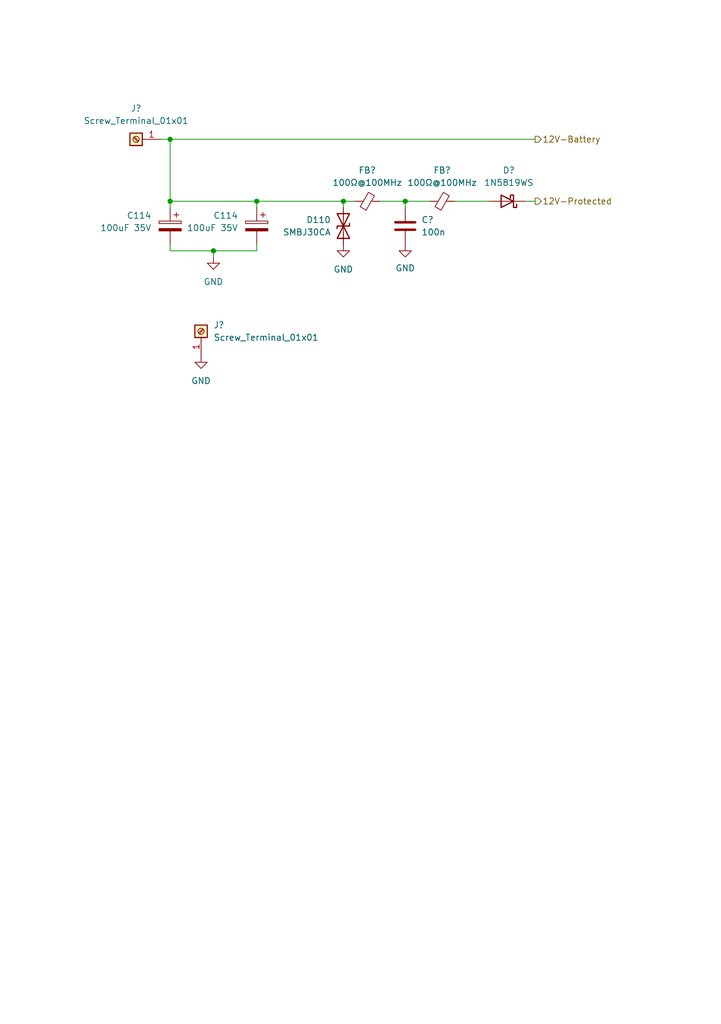
<source format=kicad_sch>
(kicad_sch (version 20230121) (generator eeschema)
  (paper "A5" portrait)
  (title_block (title "Power distribution module") (date "2023-07-18") (company "Raphael Peters"))
  (lib_symbols
    (symbol "Connector:Screw_Terminal_01x01" (pin_names (offset 1.016) hide)
      (property "Reference" "J" (at 0 2.54 0))
      (property "Value" "Screw_Terminal_01x01" (at 0 -2.54 0))
      (symbol "Screw_Terminal_01x01_1_1"
        (rectangle (start -1.27 1.27) (end 1.27 -1.27) (stroke (width 0.254)) (fill (type background)))
        (polyline (pts (xy -0.5334 0.3302) (xy 0.3302 -0.508)) (stroke (width 0.1524)))
        (polyline (pts (xy -0.3556 0.508) (xy 0.508 -0.3302)) (stroke (width 0.1524)))
        (circle (center 0 0) (radius 0.635) (stroke (width 0.1524)))
        (pin passive line (at -5.08 0 0) (length 3.81) (name "Pin_1") (number "1"))
      )
    )
    (symbol "Device:C" (pin_numbers hide) (pin_names (offset 0.254))
      (property "Reference" "C" (at 0.635 2.54 0))
      (property "Value" "C" (at 0.635 -2.54 0))
      (symbol "C_0_1"
        (polyline (pts (xy -2.032 -0.762) (xy 2.032 -0.762)) (stroke (width 0.508)))
        (polyline (pts (xy -2.032 0.762) (xy 2.032 0.762)) (stroke (width 0.508)))
      )
      (symbol "C_1_1"
        (pin passive line (at 0 3.81 270) (length 2.794) (name "~") (number "1"))
        (pin passive line (at 0 -3.81 90) (length 2.794) (name "~") (number "2"))
      )
    )
    (symbol "Device:C_Polarized" (pin_numbers hide) (pin_names (offset 0.254))
      (property "Reference" "C" (at 0.635 2.54 0))
      (property "Value" "C_Polarized" (at 0.635 -2.54 0))
      (symbol "C_Polarized_0_1"
        (rectangle (start -2.286 0.508) (end 2.286 1.016))
        (polyline (pts (xy -1.778 2.286) (xy -0.762 2.286)))
        (polyline (pts (xy -1.27 2.794) (xy -1.27 1.778)))
        (rectangle (start 2.286 -0.508) (end -2.286 -1.016) (fill (type outline)))
      )
      (symbol "C_Polarized_1_1"
        (pin passive line (at 0 3.81 270) (length 2.794) (name "~") (number "1"))
        (pin passive line (at 0 -3.81 90) (length 2.794) (name "~") (number "2"))
      )
    )
    (symbol "Device:D_TVS" (pin_numbers hide) (pin_names (offset 1.016) hide)
      (property "Reference" "D" (at 0 2.54 0))
      (property "Value" "D_TVS" (at 0 -2.54 0))
      (symbol "D_TVS_0_1"
        (polyline (pts (xy 1.27 0) (xy -1.27 0)))
        (polyline (pts (xy 0.508 1.27) (xy 0 1.27) (xy 0 -1.27) (xy -0.508 -1.27)) (stroke (width 0.254)))
        (polyline (pts (xy -2.54 1.27) (xy -2.54 -1.27) (xy 2.54 1.27) (xy 2.54 -1.27) (xy -2.54 1.27)) (stroke (width 0.254)))
      )
      (symbol "D_TVS_1_1"
        (pin passive line (at -3.81 0 0) (length 2.54) (name "A1") (number "1"))
        (pin passive line (at 3.81 0 180) (length 2.54) (name "A2") (number "2"))
      )
    )
    (symbol "Device:FerriteBead_Small" (pin_numbers hide) (pin_names (offset 0))
      (property "Reference" "FB" (at 1.905 1.27 0))
      (property "Value" "FerriteBead_Small" (at 1.905 -1.27 0))
      (symbol "FerriteBead_Small_0_1"
        (polyline (pts (xy 0 -1.27) (xy 0 -0.7874)))
        (polyline (pts (xy 0 0.889) (xy 0 1.2954)))
        (polyline (pts (xy -1.8288 0.2794) (xy -1.1176 1.4986) (xy 1.8288 -0.2032) (xy 1.1176 -1.4224) (xy -1.8288 0.2794)))
      )
      (symbol "FerriteBead_Small_1_1"
        (pin passive line (at 0 2.54 270) (length 1.27) (name "~") (number "1"))
        (pin passive line (at 0 -2.54 90) (length 1.27) (name "~") (number "2"))
      )
    )
    (symbol "Diode:1N5819WS" (pin_numbers hide) (pin_names (offset 1.016) hide)
      (property "Reference" "D" (at 0 2.54 0))
      (property "Value" "1N5819WS" (at 0 -2.54 0))
      (symbol "1N5819WS_0_1"
        (polyline (pts (xy 1.27 0) (xy -1.27 0)))
        (polyline (pts (xy 1.27 1.27) (xy 1.27 -1.27) (xy -1.27 0) (xy 1.27 1.27)) (stroke (width 0.254)))
        (polyline (pts (xy -1.905 0.635) (xy -1.905 1.27) (xy -1.27 1.27) (xy -1.27 -1.27) (xy -0.635 -1.27) (xy -0.635 -0.635)) (stroke (width 0.254)))
      )
      (symbol "1N5819WS_1_1"
        (pin passive line (at -3.81 0 0) (length 2.54) (name "K") (number "1"))
        (pin passive line (at 3.81 0 180) (length 2.54) (name "A") (number "2"))
      )
    )
    (symbol "GND_1" (power) (pin_names (offset 0))
      (property "Value" "GND_1" (at 0 -3.81 0))
      (symbol "GND_1_0_1"
        (polyline (pts (xy 0 0) (xy 0 -1.27) (xy 1.27 -1.27) (xy 0 -2.54) (xy -1.27 -1.27) (xy 0 -1.27)))
      )
      (symbol "GND_1_1_1"
        (pin power_in line (at 0 0 270) (length 0) hide (name "GND") (number "1"))
      )
    )
    (symbol "GND_2" (power) (pin_names (offset 0))
      (property "Value" "GND_2" (at 0 -3.81 0))
      (symbol "GND_2_0_1"
        (polyline (pts (xy 0 0) (xy 0 -1.27) (xy 1.27 -1.27) (xy 0 -2.54) (xy -1.27 -1.27) (xy 0 -1.27)))
      )
      (symbol "GND_2_1_1"
        (pin power_in line (at 0 0 270) (length 0) hide (name "GND") (number "1"))
      )
    )
    (symbol "GND_5" (power) (pin_names (offset 0))
      (property "Value" "GND_5" (at 0 -3.81 0))
      (symbol "GND_5_0_1"
        (polyline (pts (xy 0 0) (xy 0 -1.27) (xy 1.27 -1.27) (xy 0 -2.54) (xy -1.27 -1.27) (xy 0 -1.27)))
      )
      (symbol "GND_5_1_1"
        (pin power_in line (at 0 0 270) (length 0) hide (name "GND") (number "1"))
      )
    )
    (symbol "power:GND" (power) (pin_names (offset 0))
      (property "Value" "GND" (at 0 -3.81 0))
      (symbol "GND_0_1"
        (polyline (pts (xy 0 0) (xy 0 -1.27) (xy 1.27 -1.27) (xy 0 -2.54) (xy -1.27 -1.27) (xy 0 -1.27)))
      )
      (symbol "GND_1_1"
        (pin power_in line (at 0 0 270) (length 0) hide (name "GND") (number "1"))
      )
    )
  )
  (junction (at 34.925 41.275))
  (junction (at 70.485 41.275))
  (junction (at 34.925 28.575))
  (junction (at 43.815 51.435))
  (junction (at 52.705 41.275))
  (junction (at 83.185 41.275))
  (wire (pts (xy 70.485 42.545) (xy 70.485 41.275)))
  (wire (pts (xy 34.925 42.545) (xy 34.925 41.275)))
  (wire (pts (xy 83.185 41.275) (xy 88.265 41.275)))
  (wire (pts (xy 34.925 41.275) (xy 52.705 41.275)))
  (wire (pts (xy 52.705 51.435) (xy 52.705 50.165)))
  (wire (pts (xy 43.815 51.435) (xy 43.815 52.705)))
  (wire (pts (xy 34.925 28.575) (xy 34.925 41.275)))
  (wire (pts (xy 93.345 41.275) (xy 100.33 41.275)))
  (wire (pts (xy 34.925 51.435) (xy 34.925 50.165)))
  (wire (pts (xy 77.978 41.275) (xy 83.185 41.275)))
  (wire (pts (xy 52.705 42.545) (xy 52.705 41.275)))
  (wire (pts (xy 107.95 41.275) (xy 109.855 41.275)))
  (wire (pts (xy 83.185 41.275) (xy 83.185 42.545)))
  (wire (pts (xy 43.815 51.435) (xy 52.705 51.435)))
  (wire (pts (xy 34.925 51.435) (xy 43.815 51.435)))
  (wire (pts (xy 52.705 41.275) (xy 70.485 41.275)))
  (wire (pts (xy 34.925 28.575) (xy 109.855 28.575)))
  (wire (pts (xy 70.485 41.275) (xy 72.898 41.275)))
  (wire (pts (xy 33.02 28.575) (xy 34.925 28.575)))
  (hierarchical_label "12V-Battery" (shape output) (at 109.855 28.575 0))
  (hierarchical_label "12V-Protected" (shape output) (at 109.855 41.275 0))
  (symbol (lib_id "Diode:1N5819WS") (at 104.14 41.275 180) (unit 1)
    (property "Reference" "D?" (at 104.4575 34.925 0))
    (property "Value" "1N5819WS" (at 104.4575 37.465 0))
    (property "Footprint" "Diode_SMD:D_SOD-323" (effects hide))
    (property "Datasheet" "https://datasheet.lcsc.com/lcsc/2204281430_Guangdong-Hottech-1N5819WS_C191023.pdf" (effects hide))
    (property "LCSC" "C191023" (effects hide))
    (instances (project "buslight" (path "" (reference "D?") (unit 1)) (path "" (reference "D2") (unit 1))))
  )
  (symbol (lib_id "Device:C_Polarized") (at 52.705 46.355 0) (mirror y) (unit 1)
    (property "Reference" "C114" (at 48.895 44.196 0) (effects (justify left)))
    (property "Value" "100uF 35V" (at 48.895 46.736 0) (effects (justify left)))
    (property "Footprint" "Capacitor_SMD:CP_Elec_6.3x7.7" (effects hide))
    (property "LCSC" "C125975" (effects hide))
    (instances (project "buslight" (path "" (reference "C114") (unit 1)) (path "" (reference "C124") (unit 1)) (path "" (reference "C134") (unit 1)) (path "" (reference "C144") (unit 1)) (path "" (reference "C154") (unit 1)) (path "" (reference "C?") (unit 1)) (path "" (reference "C2") (unit 1))))
  )
  (symbol (lib_name "GND_5") (lib_id "power:GND") (at 70.485 50.165 0) (unit 1)
    (property "Reference" "#PWR?" (effects hide))
    (property "Value" "GND" (at 70.485 55.245 0))
    (instances (project "buslight" (path "" (reference "#PWR?") (unit 1)) (path "" (reference "#PWR042") (unit 1))))
  )
  (symbol (lib_id "Device:FerriteBead_Small") (at 75.438 41.275 90) (unit 1)
    (property "Reference" "FB?" (at 75.3999 34.925 90))
    (property "Value" "100Ω@100MHz" (at 75.3999 37.465 90))
    (property "Footprint" "Inductor_SMD:L_0805_2012Metric" (effects hide))
    (property "LCSC" "C1015" (effects hide))
    (instances (project "buslight" (path "" (reference "FB?") (unit 1)) (path "" (reference "FB1") (unit 1))))
  )
  (symbol (lib_name "GND_2") (lib_id "power:GND") (at 43.815 52.705 0) (unit 1)
    (property "Reference" "#PWR?" (effects hide))
    (property "Value" "GND" (at 43.815 57.785 0))
    (instances (project "buslight" (path "" (reference "#PWR?") (unit 1)) (path "" (reference "#PWR041") (unit 1))))
  )
  (symbol (lib_id "Device:FerriteBead_Small") (at 90.805 41.275 90) (unit 1)
    (property "Reference" "FB?" (at 90.7669 34.925 90))
    (property "Value" "100Ω@100MHz" (at 90.7669 37.465 90))
    (property "Footprint" "Inductor_SMD:L_0805_2012Metric" (effects hide))
    (property "LCSC" "C1015" (effects hide))
    (instances (project "buslight" (path "" (reference "FB?") (unit 1)) (path "" (reference "FB2") (unit 1))))
  )
  (symbol (lib_id "Device:C") (at 83.185 46.355 0) (unit 1)
    (property "Reference" "C?" (at 86.487 45.0849 0) (effects (justify left)))
    (property "Value" "100n" (at 86.487 47.6249 0) (effects (justify left)))
    (property "Footprint" "Capacitor_SMD:C_0805_2012Metric" (effects hide))
    (property "LCSC" "C49678" (effects hide))
    (instances (project "buslight" (path "" (reference "C?") (unit 1)) (path "" (reference "C3") (unit 1))))
  )
  (symbol (lib_id "Connector:Screw_Terminal_01x01") (at 41.275 67.945 90) (unit 1)
    (property "Reference" "J?" (at 43.815 66.675 90) (effects (justify right)))
    (property "Value" "Screw_Terminal_01x01" (at 43.815 69.215 90) (effects (justify right)))
    (property "Footprint" "Library:T46004" (effects hide))
    (property "LCSC" "C481465" (effects hide))
    (instances (project "buslight" (path "" (reference "J?") (unit 1)) (path "" (reference "J8") (unit 1))))
  )
  (symbol (lib_id "Device:D_TVS") (at 70.485 46.355 90) (mirror x) (unit 1)
    (property "Reference" "D110" (at 67.945 45.085 90) (effects (justify left)))
    (property "Value" "SMBJ30CA" (at 67.945 47.625 90) (effects (justify left)))
    (property "Footprint" "Diode_SMD:D_SMB" (effects hide))
    (property "LCSC" "C2925441" (effects hide))
    (instances (project "buslight" (path "" (reference "D110") (unit 1)) (path "" (reference "D120") (unit 1)) (path "" (reference "D130") (unit 1)) (path "" (reference "D140") (unit 1)) (path "" (reference "D150") (unit 1)) (path "" (reference "D?") (unit 1)) (path "" (reference "D1") (unit 1))))
  )
  (symbol (lib_id "Connector:Screw_Terminal_01x01") (at 27.94 28.575 180) (unit 1)
    (property "Reference" "J?" (at 27.94 22.225 0))
    (property "Value" "Screw_Terminal_01x01" (at 27.94 24.765 0))
    (property "Footprint" "Library:T46004" (effects hide))
    (property "LCSC" "C481465" (effects hide))
    (instances (project "buslight" (path "" (reference "J?") (unit 1)) (path "" (reference "J7") (unit 1))))
  )
  (symbol (lib_id "Device:C_Polarized") (at 34.925 46.355 0) (mirror y) (unit 1)
    (property "Reference" "C114" (at 31.115 44.196 0) (effects (justify left)))
    (property "Value" "100uF 35V" (at 31.115 46.736 0) (effects (justify left)))
    (property "Footprint" "Capacitor_SMD:CP_Elec_6.3x7.7" (effects hide))
    (property "LCSC" "C125975" (effects hide))
    (instances (project "buslight" (path "" (reference "C114") (unit 1)) (path "" (reference "C124") (unit 1)) (path "" (reference "C134") (unit 1)) (path "" (reference "C144") (unit 1)) (path "" (reference "C154") (unit 1)) (path "" (reference "C?") (unit 1)) (path "" (reference "C1") (unit 1))))
  )
  (symbol (lib_id "power:GND") (at 83.185 50.165 0) (unit 1)
    (property "Reference" "#PWR?" (effects hide))
    (property "Value" "GND" (at 83.185 54.991 0))
    (instances (project "buslight" (path "" (reference "#PWR?") (unit 1)) (path "" (reference "#PWR043") (unit 1))))
  )
  (symbol (lib_name "GND_1") (lib_id "power:GND") (at 41.275 73.025 0) (unit 1)
    (property "Reference" "#PWR?" (effects hide))
    (property "Value" "GND" (at 41.275 78.105 0))
    (instances (project "buslight" (path "" (reference "#PWR?") (unit 1)) (path "" (reference "#PWR012") (unit 1))))
  )
)
</source>
